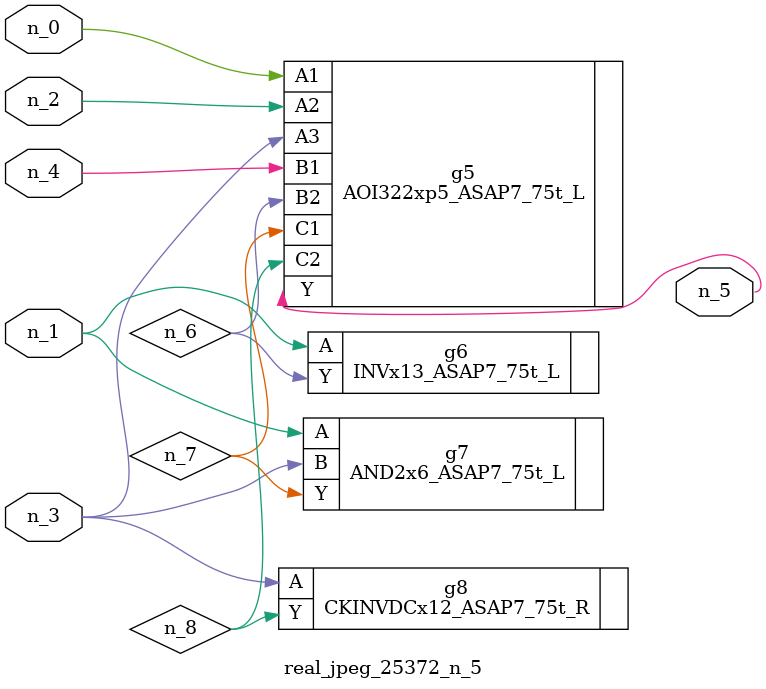
<source format=v>
module real_jpeg_25372_n_5 (n_4, n_0, n_1, n_2, n_3, n_5);

input n_4;
input n_0;
input n_1;
input n_2;
input n_3;

output n_5;

wire n_8;
wire n_6;
wire n_7;

AOI322xp5_ASAP7_75t_L g5 ( 
.A1(n_0),
.A2(n_2),
.A3(n_3),
.B1(n_4),
.B2(n_6),
.C1(n_7),
.C2(n_8),
.Y(n_5)
);

INVx13_ASAP7_75t_L g6 ( 
.A(n_1),
.Y(n_6)
);

AND2x6_ASAP7_75t_L g7 ( 
.A(n_1),
.B(n_3),
.Y(n_7)
);

CKINVDCx12_ASAP7_75t_R g8 ( 
.A(n_3),
.Y(n_8)
);


endmodule
</source>
